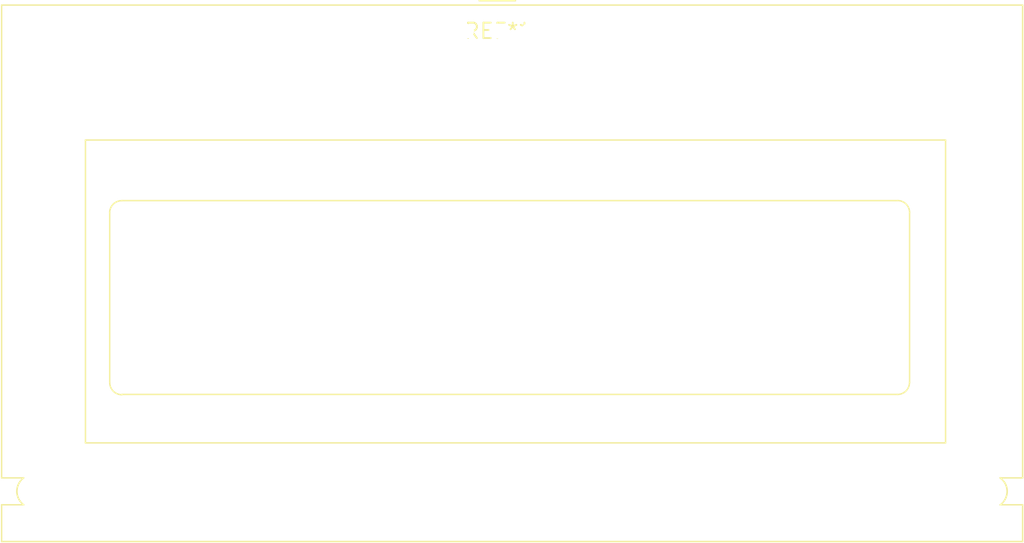
<source format=kicad_pcb>
(kicad_pcb (version 20240108) (generator pcbnew)
  (layers (0 "F.Cu" signal) (31 "B.Cu" signal) (34 "B.Paste" user) (35 "F.Paste" user) (36 "B.SilkS" user "B.Silkscreen") (37 "F.SilkS" user "F.Silkscreen") (38 "B.Mask" user) (39 "F.Mask" user) (44 "Edge.Cuts" user))
  (net 0 "")
  (footprint "RC1602A" (layer "F.Cu") (at 0 0)
    (property "Reference" "REF**")
    (property "Value" "RC1602A")
    (fp_line (start -40.92 -2.14) (end 43.36 -2.14) (layer "F.SilkS") (stroke (width 0.12)))
    (fp_line (start -40.92 36.89) (end -40.92 -2.14) (layer "F.SilkS") (stroke (width 0.12)))
    (fp_line (start -40.92 36.89) (end -39.1 36.89) (layer "F.SilkS") (stroke (width 0.12)))
    (fp_line (start -40.92 39.11) (end -39.1 39.11) (layer "F.SilkS") (stroke (width 0.12)))
    (fp_line (start -40.92 42.14) (end -40.92 39.11) (layer "F.SilkS") (stroke (width 0.12)))
    (fp_line (start -34 9) (end 37 9) (layer "F.SilkS") (stroke (width 0.12)))
    (fp_line (start -34 34) (end -34 9) (layer "F.SilkS") (stroke (width 0.12)))
    (fp_line (start -32 29) (end -32 15) (layer "F.SilkS") (stroke (width 0.12)))
    (fp_line (start -31 14) (end 33 14) (layer "F.SilkS") (stroke (width 0.12)))
    (fp_line (start -1.5 -2.5) (end 1.5 -2.5) (layer "F.SilkS") (stroke (width 0.12)))
    (fp_line (start 33 30) (end -31 30) (layer "F.SilkS") (stroke (width 0.12)))
    (fp_line (start 34.03 15) (end 34.03 29) (layer "F.SilkS") (stroke (width 0.12)))
    (fp_line (start 37 9) (end 37 34) (layer "F.SilkS") (stroke (width 0.12)))
    (fp_line (start 37 34) (end -34 34) (layer "F.SilkS") (stroke (width 0.12)))
    (fp_line (start 41.5 39.11) (end 43.36 39.11) (layer "F.SilkS") (stroke (width 0.12)))
    (fp_line (start 43.36 -2.14) (end 43.36 36.89) (layer "F.SilkS") (stroke (width 0.12)))
    (fp_line (start 43.36 36.89) (end 41.5 36.89) (layer "F.SilkS") (stroke (width 0.12)))
    (fp_line (start 43.36 39.11) (end 43.36 42.14) (layer "F.SilkS") (stroke (width 0.12)))
    (fp_line (start 43.36 42.14) (end -40.92 42.14) (layer "F.SilkS") (stroke (width 0.12)))
    (fp_arc (start -39.39 38.82) (mid -39.644716 37.794939) (end -39.1 36.89) (layer "F.SilkS") (stroke (width 0.12)))
    (fp_arc (start -39.1 39.11) (mid -39.644716 38.205061) (end -39.39 37.18) (layer "F.SilkS") (stroke (width 0.12)))
    (fp_arc (start -32.00286 15.00246) (mid -31.710488 14.296612) (end -31.00464 14.00424) (layer "F.SilkS") (stroke (width 0.12)))
    (fp_arc (start -30.99464 30.0237) (mid -31.702284 29.730584) (end -31.9954 29.02294) (layer "F.SilkS") (stroke (width 0.12)))
    (fp_arc (start 33.03574 13.99424) (mid 33.741588 14.286612) (end 34.03396 14.99246) (layer "F.SilkS") (stroke (width 0.12)))
    (fp_arc (start 34.0265 29.00294) (mid 33.733384 29.710584) (end 33.02574 30.0037) (layer "F.SilkS") (stroke (width 0.12)))
    (fp_arc (start 41.5 36.89) (mid 42.059361 37.759584) (end 41.84 38.77) (layer "F.SilkS") (stroke (width 0.12)))
    (fp_arc (start 41.84 37.21) (mid 42.070574 38.233345) (end 41.51 39.12) (layer "F.SilkS") (stroke (width 0.12)))
    (pad "" np_thru_hole circle (at -38.28 38 180) (size 2.5 2.5) (drill 2.5) (layers *.Cu *.Mask))
    (pad "" np_thru_hole circle (at -36.78 2 180) (size 2.5 2.5) (drill 2.5) (layers *.Cu *.Mask))
    (pad "" np_thru_hole circle (at 39.22 2 180) (size 2.5 2.5) (drill 2.5) (layers *.Cu *.Mask))
    (pad "" np_thru_hole circle (at 40.72 38 180) (size 2.5 2.5) (drill 2.5) (layers *.Cu *.Mask))
    (pad "1" thru_hole rect (at 0 0 180) (size 1.8 2.6) (drill 1.2) (layers *.Cu *.Mask) (remove_unused_layers))
    (pad "2" thru_hole oval (at 2.54 0 180) (size 1.8 2.6) (drill 1.2) (layers *.Cu *.Mask) (remove_unused_layers))
    (pad "3" thru_hole oval (at 5.08 0 180) (size 1.8 2.6) (drill 1.2) (layers *.Cu *.Mask) (remove_unused_layers))
    (pad "4" thru_hole oval (at 7.62 0 180) (size 1.8 2.6) (drill 1.2) (layers *.Cu *.Mask) (remove_unused_layers))
    (pad "5" thru_hole oval (at 10.16 0 180) (size 1.8 2.6) (drill 1.2) (layers *.Cu *.Mask) (remove_unused_layers))
    (pad "6" thru_hole oval (at 12.7 0 180) (size 1.8 2.6) (drill 1.2) (layers *.Cu *.Mask) (remove_unused_layers))
    (pad "7" thru_hole oval (at 15.24 0 180) (size 1.8 2.6) (drill 1.2) (layers *.Cu *.Mask) (remove_unused_layers))
    (pad "8" thru_hole oval (at 17.78 0 180) (size 1.8 2.6) (drill 1.2) (layers *.Cu *.Mask) (remove_unused_layers))
    (pad "9" thru_hole oval (at 20.32 0 180) (size 1.8 2.6) (drill 1.2) (layers *.Cu *.Mask) (remove_unused_layers))
    (pad "10" thru_hole oval (at 22.86 0 180) (size 1.8 2.6) (drill 1.2) (layers *.Cu *.Mask) (remove_unused_layers))
    (pad "11" thru_hole oval (at 25.4 0 180) (size 1.8 2.6) (drill 1.2) (layers *.Cu *.Mask) (remove_unused_layers))
    (pad "12" thru_hole oval (at 27.94 0 180) (size 1.8 2.6) (drill 1.2) (layers *.Cu *.Mask) (remove_unused_layers))
    (pad "13" thru_hole oval (at 30.48508 0.00254 180) (size 1.8 2.6) (drill 1.2) (layers *.Cu *.Mask) (remove_unused_layers))
    (pad "14" thru_hole oval (at 33.02 0 180) (size 1.8 2.6) (drill 1.2) (layers *.Cu *.Mask) (remove_unused_layers))
    (pad "15" thru_hole oval (at -5.08 0 180) (size 1.8 2.6) (drill 1.2) (layers *.Cu *.Mask) (remove_unused_layers))
    (pad "16" thru_hole oval (at -2.53492 0.00254 180) (size 1.8 2.6) (drill 1.2) (layers *.Cu *.Mask) (remove_unused_layers))
    (pad "A1" thru_hole rect (at -39.28 24.14 180) (size 2 2) (drill 1) (layers *.Cu *.Mask) (remove_unused_layers))
    (pad "A1" thru_hole rect (at -39.28 26.68 180) (size 2 2) (drill 1) (layers *.Cu *.Mask) (remove_unused_layers))
    (pad "A1" thru_hole rect (at -36.74 24.14 180) (size 2 2) (drill 1) (layers *.Cu *.Mask) (remove_unused_layers))
    (pad "K1" thru_hole rect (at -39.28 16.52 180) (size 2 2) (drill 1) (layers *.Cu *.Mask) (remove_unused_layers))
    (pad "K1" thru_hole rect (at -39.28 19.06 180) (size 2 2) (drill 1) (layers *.Cu *.Mask) (remove_unused_layers))
    (pad "K1" thru_hole rect (at -36.74 19.06 180) (size 2 2) (drill 1) (layers *.Cu *.Mask) (remove_unused_layers))
  )
)
</source>
